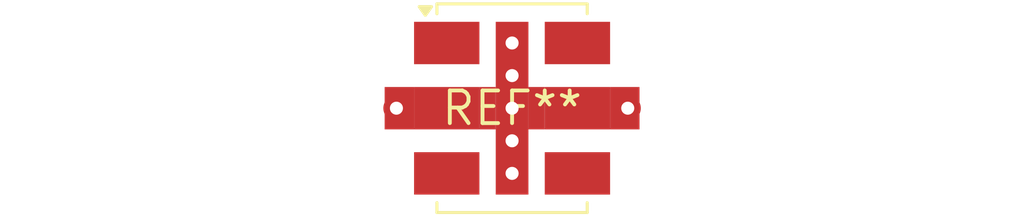
<source format=kicad_pcb>
(kicad_pcb (version 20240108) (generator pcbnew)
  (layers (0 "F.Cu" signal) (31 "B.Cu" signal) (34 "B.Paste" user) (35 "F.Paste" user) (36 "B.SilkS" user "B.Silkscreen") (37 "F.SilkS" user "F.Silkscreen") (38 "B.Mask" user) (39 "F.Mask" user) (44 "Edge.Cuts" user))
  (net 0 "")
  (footprint "Mini-Circuits_CD542_LandPatternPL-094" (layer "F.Cu") (at 0 0)
    (property "Reference" "REF**")
    (property "Value" "Mini-Circuits_CD542_LandPatternPL-094")
    (fp_line (start -2.921 -4.064) (end -2.921 -3.68) (layer "F.SilkS") (stroke (width 0.12)))
    (fp_line (start -2.921 3.68) (end -2.921 4.064) (layer "F.SilkS") (stroke (width 0.12)))
    (fp_line (start -2.921 4.064) (end 2.921 4.064) (layer "F.SilkS") (stroke (width 0.12)))
    (fp_line (start 2.921 -4.064) (end -2.921 -4.064) (layer "F.SilkS") (stroke (width 0.12)))
    (fp_line (start 2.921 -4.064) (end 2.921 -3.68) (layer "F.SilkS") (stroke (width 0.12)))
    (fp_line (start 2.921 3.68) (end 2.921 4.064) (layer "F.SilkS") (stroke (width 0.12)))
    (fp_poly (pts (xy -3.37 -3.62) (xy -3.61 -3.956) (xy -3.13 -3.956) (xy -3.37 -3.62)) (layer "F.SilkS") (stroke (width 0.12)) (fill solid))
    (pad "1" smd rect (at -2.54 -2.54 270) (size 1.651 2.54) (layers "F.Cu" "F.Paste" "F.Mask") (clearance 0.635))
    (pad "2" thru_hole circle (at -4.4958 0 270) (size 1.016 1.016) (drill 0.508) (layers *.Cu) (remove_unused_layers))
    (pad "2" smd rect (at -4.3815 0 270) (size 1.651 1.143) (layers "F.Cu"))
    (pad "2" smd rect (at -2.54 0 270) (size 1.651 2.54) (layers "F.Cu" "F.Paste" "F.Mask"))
    (pad "2" smd rect (at -0.9525 0 270) (size 1.651 0.635) (layers "F.Cu"))
    (pad "2" thru_hole circle (at 0 -2.54 270) (size 1.016 1.016) (drill 0.508) (layers *.Cu) (remove_unused_layers))
    (pad "2" thru_hole circle (at 0 -1.27 270) (size 1.016 1.016) (drill 0.508) (layers *.Cu) (remove_unused_layers))
    (pad "2" thru_hole circle (at 0 0 270) (size 1.016 1.016) (drill 0.508) (layers *.Cu) (remove_unused_layers))
    (pad "2" smd rect (at 0 0 270) (size 6.731 1.27) (layers "F.Cu"))
    (pad "2" thru_hole circle (at 0 1.27 270) (size 1.016 1.016) (drill 0.508) (layers *.Cu) (remove_unused_layers))
    (pad "2" thru_hole circle (at 0 2.54 270) (size 1.016 1.016) (drill 0.508) (layers *.Cu) (remove_unused_layers))
    (pad "3" smd rect (at -2.54 2.54 270) (size 1.651 2.54) (layers "F.Cu" "F.Paste" "F.Mask") (clearance 0.635))
    (pad "4" smd rect (at 2.54 2.54 270) (size 1.651 2.54) (layers "F.Cu" "F.Paste" "F.Mask") (clearance 0.635))
    (pad "5" smd rect (at 0.9525 0 270) (size 1.651 0.635) (layers "F.Cu"))
    (pad "5" smd rect (at 2.54 0 270) (size 1.651 2.54) (layers "F.Cu" "F.Paste" "F.Mask"))
    (pad "5" smd rect (at 4.3815 0 270) (size 1.651 1.143) (layers "F.Cu"))
    (pad "5" thru_hole circle (at 4.4958 0 270) (size 1.016 1.016) (drill 0.508) (layers *.Cu) (remove_unused_layers))
    (pad "6" smd rect (at 2.54 -2.54 270) (size 1.651 2.54) (layers "F.Cu" "F.Paste" "F.Mask") (clearance 0.635))
  )
)
</source>
